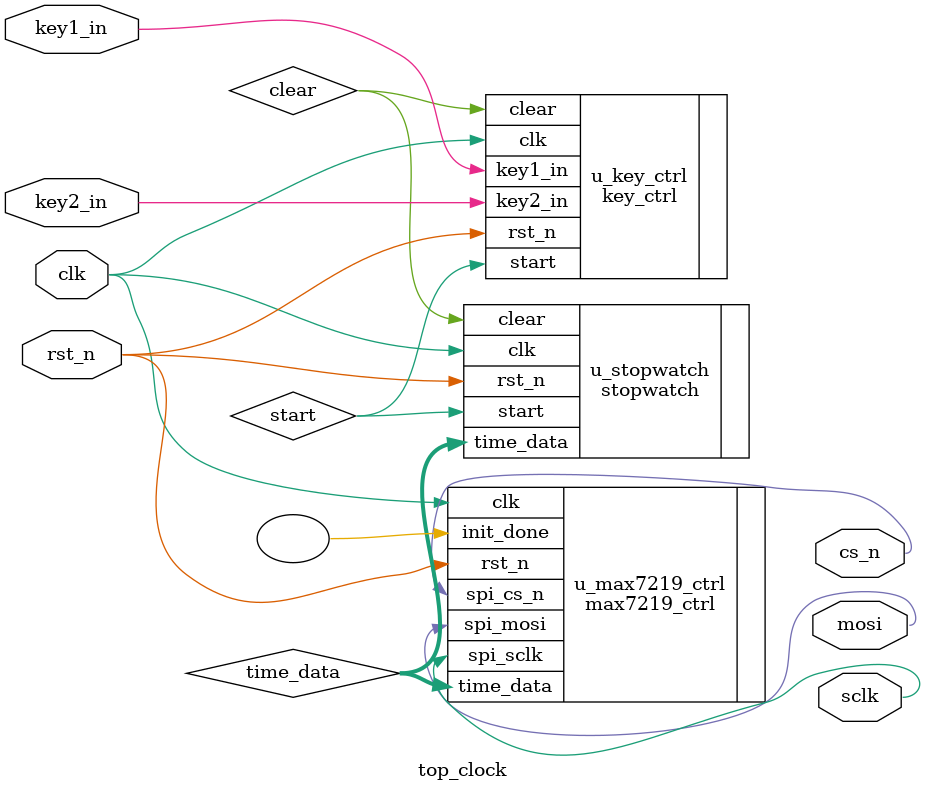
<source format=v>
`timescale 1ns / 1ps


module top_clock(
    input wire clk,          // 50MHz系统时钟
    input wire rst_n,            // 复位按键
    input wire key1_in,
    input wire key2_in,
    // MAX7219接口
    output wire cs_n,
    output wire sclk,
    output wire mosi
    );
wire [31:0] time_data;
wire start,clear;

key_ctrl u_key_ctrl(
    .clk        (clk),
    .rst_n      (rst_n),
    .key1_in    (key1_in),           // 按键1：开始或暂停
    .key2_in    (key2_in),           // 按键2：清零
    .start      (start),              // 开始信号（时间运行时为1）
    .clear      (clear)              // 归零信号
);

stopwatch u_stopwatch(
    .clk        (clk),          // 系统时钟
    .rst_n      (rst_n),        // 复位信号，低有效
    .start      (start),        // 开始信号
    .clear      (clear),        // 清零信号
    .time_data  (time_data)     // BCD格式时间数据 [31:0]
);

max7219_ctrl u_max7219_ctrl (
    .clk        (clk),
    .rst_n      (rst_n),
    .time_data  (time_data),
    .spi_sclk   (sclk),
    .spi_mosi   (mosi),
    .spi_cs_n   (cs_n),
    .init_done  ()
);   
endmodule

</source>
